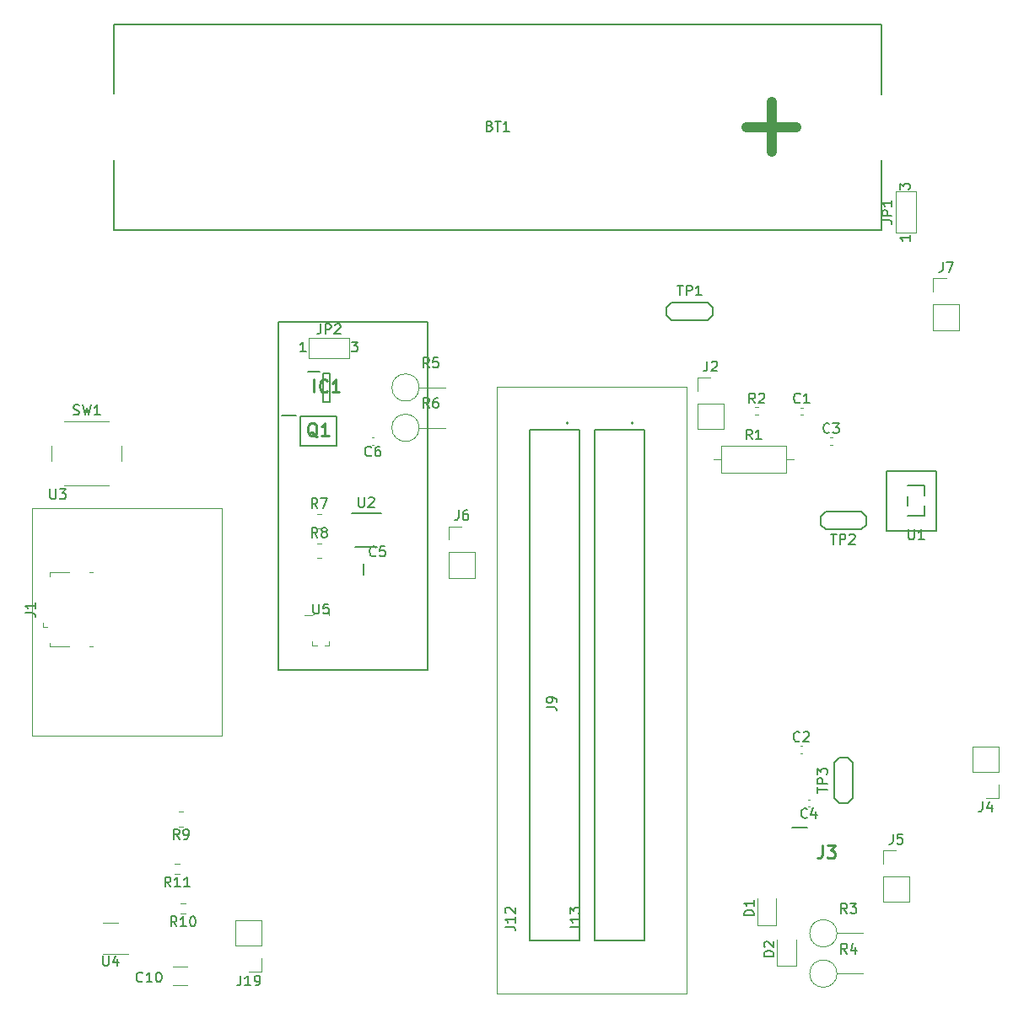
<source format=gbr>
%TF.GenerationSoftware,KiCad,Pcbnew,(7.0.0)*%
%TF.CreationDate,2023-04-14T03:48:35+02:00*%
%TF.ProjectId,overall scematic,6f766572-616c-46c2-9073-63656d617469,rev?*%
%TF.SameCoordinates,Original*%
%TF.FileFunction,Legend,Top*%
%TF.FilePolarity,Positive*%
%FSLAX46Y46*%
G04 Gerber Fmt 4.6, Leading zero omitted, Abs format (unit mm)*
G04 Created by KiCad (PCBNEW (7.0.0)) date 2023-04-14 03:48:35*
%MOMM*%
%LPD*%
G01*
G04 APERTURE LIST*
%ADD10C,0.150000*%
%ADD11C,0.254000*%
%ADD12C,0.120000*%
%ADD13C,1.000000*%
%ADD14C,0.200000*%
%ADD15C,0.100000*%
%ADD16C,0.059995*%
%ADD17C,0.152400*%
G04 APERTURE END LIST*
D10*
X173000000Y-85000000D02*
X178000000Y-85000000D01*
X178000000Y-85000000D02*
X178000000Y-91000000D01*
X178000000Y-91000000D02*
X173000000Y-91000000D01*
X173000000Y-91000000D02*
X173000000Y-85000000D01*
X173000000Y-91000000D02*
X178000000Y-91000000D01*
X178000000Y-91000000D02*
X178000000Y-91000000D01*
X178000000Y-91000000D02*
X173000000Y-91000000D01*
X173000000Y-91000000D02*
X173000000Y-91000000D01*
X173000000Y-85000000D02*
X178000000Y-85000000D01*
X178000000Y-85000000D02*
X178000000Y-85000000D01*
X178000000Y-85000000D02*
X173000000Y-85000000D01*
X173000000Y-85000000D02*
X173000000Y-85000000D01*
X112000000Y-70000000D02*
X127000000Y-70000000D01*
X127000000Y-70000000D02*
X127000000Y-105000000D01*
X127000000Y-105000000D02*
X112000000Y-105000000D01*
X112000000Y-105000000D02*
X112000000Y-70000000D01*
%TO.C,J4*%
X182666666Y-118237380D02*
X182666666Y-118951666D01*
X182666666Y-118951666D02*
X182619047Y-119094523D01*
X182619047Y-119094523D02*
X182523809Y-119189761D01*
X182523809Y-119189761D02*
X182380952Y-119237380D01*
X182380952Y-119237380D02*
X182285714Y-119237380D01*
X183571428Y-118570714D02*
X183571428Y-119237380D01*
X183333333Y-118189761D02*
X183095238Y-118904047D01*
X183095238Y-118904047D02*
X183714285Y-118904047D01*
%TO.C,J2*%
X155036666Y-73987380D02*
X155036666Y-74701666D01*
X155036666Y-74701666D02*
X154989047Y-74844523D01*
X154989047Y-74844523D02*
X154893809Y-74939761D01*
X154893809Y-74939761D02*
X154750952Y-74987380D01*
X154750952Y-74987380D02*
X154655714Y-74987380D01*
X155465238Y-74082619D02*
X155512857Y-74035000D01*
X155512857Y-74035000D02*
X155608095Y-73987380D01*
X155608095Y-73987380D02*
X155846190Y-73987380D01*
X155846190Y-73987380D02*
X155941428Y-74035000D01*
X155941428Y-74035000D02*
X155989047Y-74082619D01*
X155989047Y-74082619D02*
X156036666Y-74177857D01*
X156036666Y-74177857D02*
X156036666Y-74273095D01*
X156036666Y-74273095D02*
X155989047Y-74415952D01*
X155989047Y-74415952D02*
X155417619Y-74987380D01*
X155417619Y-74987380D02*
X156036666Y-74987380D01*
%TO.C,BT1*%
X133214285Y-50343571D02*
X133357142Y-50391190D01*
X133357142Y-50391190D02*
X133404761Y-50438809D01*
X133404761Y-50438809D02*
X133452380Y-50534047D01*
X133452380Y-50534047D02*
X133452380Y-50676904D01*
X133452380Y-50676904D02*
X133404761Y-50772142D01*
X133404761Y-50772142D02*
X133357142Y-50819761D01*
X133357142Y-50819761D02*
X133261904Y-50867380D01*
X133261904Y-50867380D02*
X132880952Y-50867380D01*
X132880952Y-50867380D02*
X132880952Y-49867380D01*
X132880952Y-49867380D02*
X133214285Y-49867380D01*
X133214285Y-49867380D02*
X133309523Y-49915000D01*
X133309523Y-49915000D02*
X133357142Y-49962619D01*
X133357142Y-49962619D02*
X133404761Y-50057857D01*
X133404761Y-50057857D02*
X133404761Y-50153095D01*
X133404761Y-50153095D02*
X133357142Y-50248333D01*
X133357142Y-50248333D02*
X133309523Y-50295952D01*
X133309523Y-50295952D02*
X133214285Y-50343571D01*
X133214285Y-50343571D02*
X132880952Y-50343571D01*
X133738095Y-49867380D02*
X134309523Y-49867380D01*
X134023809Y-50867380D02*
X134023809Y-49867380D01*
X135166666Y-50867380D02*
X134595238Y-50867380D01*
X134880952Y-50867380D02*
X134880952Y-49867380D01*
X134880952Y-49867380D02*
X134785714Y-50010238D01*
X134785714Y-50010238D02*
X134690476Y-50105476D01*
X134690476Y-50105476D02*
X134595238Y-50153095D01*
%TO.C,C5*%
X121775833Y-93497142D02*
X121728214Y-93544761D01*
X121728214Y-93544761D02*
X121585357Y-93592380D01*
X121585357Y-93592380D02*
X121490119Y-93592380D01*
X121490119Y-93592380D02*
X121347262Y-93544761D01*
X121347262Y-93544761D02*
X121252024Y-93449523D01*
X121252024Y-93449523D02*
X121204405Y-93354285D01*
X121204405Y-93354285D02*
X121156786Y-93163809D01*
X121156786Y-93163809D02*
X121156786Y-93020952D01*
X121156786Y-93020952D02*
X121204405Y-92830476D01*
X121204405Y-92830476D02*
X121252024Y-92735238D01*
X121252024Y-92735238D02*
X121347262Y-92640000D01*
X121347262Y-92640000D02*
X121490119Y-92592380D01*
X121490119Y-92592380D02*
X121585357Y-92592380D01*
X121585357Y-92592380D02*
X121728214Y-92640000D01*
X121728214Y-92640000D02*
X121775833Y-92687619D01*
X122680595Y-92592380D02*
X122204405Y-92592380D01*
X122204405Y-92592380D02*
X122156786Y-93068571D01*
X122156786Y-93068571D02*
X122204405Y-93020952D01*
X122204405Y-93020952D02*
X122299643Y-92973333D01*
X122299643Y-92973333D02*
X122537738Y-92973333D01*
X122537738Y-92973333D02*
X122632976Y-93020952D01*
X122632976Y-93020952D02*
X122680595Y-93068571D01*
X122680595Y-93068571D02*
X122728214Y-93163809D01*
X122728214Y-93163809D02*
X122728214Y-93401904D01*
X122728214Y-93401904D02*
X122680595Y-93497142D01*
X122680595Y-93497142D02*
X122632976Y-93544761D01*
X122632976Y-93544761D02*
X122537738Y-93592380D01*
X122537738Y-93592380D02*
X122299643Y-93592380D01*
X122299643Y-93592380D02*
X122204405Y-93544761D01*
X122204405Y-93544761D02*
X122156786Y-93497142D01*
D11*
%TO.C,IC1*%
X115572237Y-77091573D02*
X115572237Y-75821573D01*
X116902714Y-76970621D02*
X116842238Y-77031097D01*
X116842238Y-77031097D02*
X116660809Y-77091573D01*
X116660809Y-77091573D02*
X116539857Y-77091573D01*
X116539857Y-77091573D02*
X116358428Y-77031097D01*
X116358428Y-77031097D02*
X116237476Y-76910145D01*
X116237476Y-76910145D02*
X116176999Y-76789192D01*
X116176999Y-76789192D02*
X116116523Y-76547288D01*
X116116523Y-76547288D02*
X116116523Y-76365859D01*
X116116523Y-76365859D02*
X116176999Y-76123954D01*
X116176999Y-76123954D02*
X116237476Y-76003002D01*
X116237476Y-76003002D02*
X116358428Y-75882050D01*
X116358428Y-75882050D02*
X116539857Y-75821573D01*
X116539857Y-75821573D02*
X116660809Y-75821573D01*
X116660809Y-75821573D02*
X116842238Y-75882050D01*
X116842238Y-75882050D02*
X116902714Y-75942526D01*
X118112238Y-77091573D02*
X117386523Y-77091573D01*
X117749380Y-77091573D02*
X117749380Y-75821573D01*
X117749380Y-75821573D02*
X117628428Y-76003002D01*
X117628428Y-76003002D02*
X117507476Y-76123954D01*
X117507476Y-76123954D02*
X117386523Y-76184430D01*
%TO.C,Q1*%
X115879047Y-81587526D02*
X115758095Y-81527050D01*
X115758095Y-81527050D02*
X115637142Y-81406097D01*
X115637142Y-81406097D02*
X115455714Y-81224669D01*
X115455714Y-81224669D02*
X115334761Y-81164192D01*
X115334761Y-81164192D02*
X115213809Y-81164192D01*
X115274285Y-81466573D02*
X115153333Y-81406097D01*
X115153333Y-81406097D02*
X115032380Y-81285145D01*
X115032380Y-81285145D02*
X114971904Y-81043240D01*
X114971904Y-81043240D02*
X114971904Y-80619907D01*
X114971904Y-80619907D02*
X115032380Y-80378002D01*
X115032380Y-80378002D02*
X115153333Y-80257050D01*
X115153333Y-80257050D02*
X115274285Y-80196573D01*
X115274285Y-80196573D02*
X115516190Y-80196573D01*
X115516190Y-80196573D02*
X115637142Y-80257050D01*
X115637142Y-80257050D02*
X115758095Y-80378002D01*
X115758095Y-80378002D02*
X115818571Y-80619907D01*
X115818571Y-80619907D02*
X115818571Y-81043240D01*
X115818571Y-81043240D02*
X115758095Y-81285145D01*
X115758095Y-81285145D02*
X115637142Y-81406097D01*
X115637142Y-81406097D02*
X115516190Y-81466573D01*
X115516190Y-81466573D02*
X115274285Y-81466573D01*
X117028095Y-81466573D02*
X116302380Y-81466573D01*
X116665237Y-81466573D02*
X116665237Y-80196573D01*
X116665237Y-80196573D02*
X116544285Y-80378002D01*
X116544285Y-80378002D02*
X116423333Y-80498954D01*
X116423333Y-80498954D02*
X116302380Y-80559430D01*
D10*
%TO.C,J13*%
X141237380Y-130799523D02*
X141951666Y-130799523D01*
X141951666Y-130799523D02*
X142094523Y-130847142D01*
X142094523Y-130847142D02*
X142189761Y-130942380D01*
X142189761Y-130942380D02*
X142237380Y-131085237D01*
X142237380Y-131085237D02*
X142237380Y-131180475D01*
X142237380Y-129799523D02*
X142237380Y-130370951D01*
X142237380Y-130085237D02*
X141237380Y-130085237D01*
X141237380Y-130085237D02*
X141380238Y-130180475D01*
X141380238Y-130180475D02*
X141475476Y-130275713D01*
X141475476Y-130275713D02*
X141523095Y-130370951D01*
X141237380Y-129466189D02*
X141237380Y-128847142D01*
X141237380Y-128847142D02*
X141618333Y-129180475D01*
X141618333Y-129180475D02*
X141618333Y-129037618D01*
X141618333Y-129037618D02*
X141665952Y-128942380D01*
X141665952Y-128942380D02*
X141713571Y-128894761D01*
X141713571Y-128894761D02*
X141808809Y-128847142D01*
X141808809Y-128847142D02*
X142046904Y-128847142D01*
X142046904Y-128847142D02*
X142142142Y-128894761D01*
X142142142Y-128894761D02*
X142189761Y-128942380D01*
X142189761Y-128942380D02*
X142237380Y-129037618D01*
X142237380Y-129037618D02*
X142237380Y-129323332D01*
X142237380Y-129323332D02*
X142189761Y-129418570D01*
X142189761Y-129418570D02*
X142142142Y-129466189D01*
%TO.C,J12*%
X134737380Y-130799523D02*
X135451666Y-130799523D01*
X135451666Y-130799523D02*
X135594523Y-130847142D01*
X135594523Y-130847142D02*
X135689761Y-130942380D01*
X135689761Y-130942380D02*
X135737380Y-131085237D01*
X135737380Y-131085237D02*
X135737380Y-131180475D01*
X135737380Y-129799523D02*
X135737380Y-130370951D01*
X135737380Y-130085237D02*
X134737380Y-130085237D01*
X134737380Y-130085237D02*
X134880238Y-130180475D01*
X134880238Y-130180475D02*
X134975476Y-130275713D01*
X134975476Y-130275713D02*
X135023095Y-130370951D01*
X134832619Y-129418570D02*
X134785000Y-129370951D01*
X134785000Y-129370951D02*
X134737380Y-129275713D01*
X134737380Y-129275713D02*
X134737380Y-129037618D01*
X134737380Y-129037618D02*
X134785000Y-128942380D01*
X134785000Y-128942380D02*
X134832619Y-128894761D01*
X134832619Y-128894761D02*
X134927857Y-128847142D01*
X134927857Y-128847142D02*
X135023095Y-128847142D01*
X135023095Y-128847142D02*
X135165952Y-128894761D01*
X135165952Y-128894761D02*
X135737380Y-129466189D01*
X135737380Y-129466189D02*
X135737380Y-128847142D01*
%TO.C,U5*%
X115495595Y-98367380D02*
X115495595Y-99176904D01*
X115495595Y-99176904D02*
X115543214Y-99272142D01*
X115543214Y-99272142D02*
X115590833Y-99319761D01*
X115590833Y-99319761D02*
X115686071Y-99367380D01*
X115686071Y-99367380D02*
X115876547Y-99367380D01*
X115876547Y-99367380D02*
X115971785Y-99319761D01*
X115971785Y-99319761D02*
X116019404Y-99272142D01*
X116019404Y-99272142D02*
X116067023Y-99176904D01*
X116067023Y-99176904D02*
X116067023Y-98367380D01*
X117019404Y-98367380D02*
X116543214Y-98367380D01*
X116543214Y-98367380D02*
X116495595Y-98843571D01*
X116495595Y-98843571D02*
X116543214Y-98795952D01*
X116543214Y-98795952D02*
X116638452Y-98748333D01*
X116638452Y-98748333D02*
X116876547Y-98748333D01*
X116876547Y-98748333D02*
X116971785Y-98795952D01*
X116971785Y-98795952D02*
X117019404Y-98843571D01*
X117019404Y-98843571D02*
X117067023Y-98938809D01*
X117067023Y-98938809D02*
X117067023Y-99176904D01*
X117067023Y-99176904D02*
X117019404Y-99272142D01*
X117019404Y-99272142D02*
X116971785Y-99319761D01*
X116971785Y-99319761D02*
X116876547Y-99367380D01*
X116876547Y-99367380D02*
X116638452Y-99367380D01*
X116638452Y-99367380D02*
X116543214Y-99319761D01*
X116543214Y-99319761D02*
X116495595Y-99272142D01*
%TO.C,U1*%
X175238095Y-90903575D02*
X175238095Y-91713099D01*
X175238095Y-91713099D02*
X175285714Y-91808337D01*
X175285714Y-91808337D02*
X175333333Y-91855956D01*
X175333333Y-91855956D02*
X175428571Y-91903575D01*
X175428571Y-91903575D02*
X175619047Y-91903575D01*
X175619047Y-91903575D02*
X175714285Y-91855956D01*
X175714285Y-91855956D02*
X175761904Y-91808337D01*
X175761904Y-91808337D02*
X175809523Y-91713099D01*
X175809523Y-91713099D02*
X175809523Y-90903575D01*
X176809523Y-91903575D02*
X176238095Y-91903575D01*
X176523809Y-91903575D02*
X176523809Y-90903575D01*
X176523809Y-90903575D02*
X176428571Y-91046433D01*
X176428571Y-91046433D02*
X176333333Y-91141671D01*
X176333333Y-91141671D02*
X176238095Y-91189290D01*
%TO.C,U3*%
X89078095Y-86827380D02*
X89078095Y-87636904D01*
X89078095Y-87636904D02*
X89125714Y-87732142D01*
X89125714Y-87732142D02*
X89173333Y-87779761D01*
X89173333Y-87779761D02*
X89268571Y-87827380D01*
X89268571Y-87827380D02*
X89459047Y-87827380D01*
X89459047Y-87827380D02*
X89554285Y-87779761D01*
X89554285Y-87779761D02*
X89601904Y-87732142D01*
X89601904Y-87732142D02*
X89649523Y-87636904D01*
X89649523Y-87636904D02*
X89649523Y-86827380D01*
X90030476Y-86827380D02*
X90649523Y-86827380D01*
X90649523Y-86827380D02*
X90316190Y-87208333D01*
X90316190Y-87208333D02*
X90459047Y-87208333D01*
X90459047Y-87208333D02*
X90554285Y-87255952D01*
X90554285Y-87255952D02*
X90601904Y-87303571D01*
X90601904Y-87303571D02*
X90649523Y-87398809D01*
X90649523Y-87398809D02*
X90649523Y-87636904D01*
X90649523Y-87636904D02*
X90601904Y-87732142D01*
X90601904Y-87732142D02*
X90554285Y-87779761D01*
X90554285Y-87779761D02*
X90459047Y-87827380D01*
X90459047Y-87827380D02*
X90173333Y-87827380D01*
X90173333Y-87827380D02*
X90078095Y-87779761D01*
X90078095Y-87779761D02*
X90030476Y-87732142D01*
%TO.C,J9*%
X138882380Y-108718333D02*
X139596666Y-108718333D01*
X139596666Y-108718333D02*
X139739523Y-108765952D01*
X139739523Y-108765952D02*
X139834761Y-108861190D01*
X139834761Y-108861190D02*
X139882380Y-109004047D01*
X139882380Y-109004047D02*
X139882380Y-109099285D01*
X139882380Y-108194523D02*
X139882380Y-108004047D01*
X139882380Y-108004047D02*
X139834761Y-107908809D01*
X139834761Y-107908809D02*
X139787142Y-107861190D01*
X139787142Y-107861190D02*
X139644285Y-107765952D01*
X139644285Y-107765952D02*
X139453809Y-107718333D01*
X139453809Y-107718333D02*
X139072857Y-107718333D01*
X139072857Y-107718333D02*
X138977619Y-107765952D01*
X138977619Y-107765952D02*
X138930000Y-107813571D01*
X138930000Y-107813571D02*
X138882380Y-107908809D01*
X138882380Y-107908809D02*
X138882380Y-108099285D01*
X138882380Y-108099285D02*
X138930000Y-108194523D01*
X138930000Y-108194523D02*
X138977619Y-108242142D01*
X138977619Y-108242142D02*
X139072857Y-108289761D01*
X139072857Y-108289761D02*
X139310952Y-108289761D01*
X139310952Y-108289761D02*
X139406190Y-108242142D01*
X139406190Y-108242142D02*
X139453809Y-108194523D01*
X139453809Y-108194523D02*
X139501428Y-108099285D01*
X139501428Y-108099285D02*
X139501428Y-107908809D01*
X139501428Y-107908809D02*
X139453809Y-107813571D01*
X139453809Y-107813571D02*
X139406190Y-107765952D01*
X139406190Y-107765952D02*
X139310952Y-107718333D01*
D11*
%TO.C,J3*%
X166576667Y-122656573D02*
X166576667Y-123563716D01*
X166576667Y-123563716D02*
X166516190Y-123745145D01*
X166516190Y-123745145D02*
X166395238Y-123866097D01*
X166395238Y-123866097D02*
X166213809Y-123926573D01*
X166213809Y-123926573D02*
X166092857Y-123926573D01*
X167060476Y-122656573D02*
X167846667Y-122656573D01*
X167846667Y-122656573D02*
X167423333Y-123140383D01*
X167423333Y-123140383D02*
X167604762Y-123140383D01*
X167604762Y-123140383D02*
X167725714Y-123200859D01*
X167725714Y-123200859D02*
X167786190Y-123261335D01*
X167786190Y-123261335D02*
X167846667Y-123382288D01*
X167846667Y-123382288D02*
X167846667Y-123684669D01*
X167846667Y-123684669D02*
X167786190Y-123805621D01*
X167786190Y-123805621D02*
X167725714Y-123866097D01*
X167725714Y-123866097D02*
X167604762Y-123926573D01*
X167604762Y-123926573D02*
X167241905Y-123926573D01*
X167241905Y-123926573D02*
X167120952Y-123866097D01*
X167120952Y-123866097D02*
X167060476Y-123805621D01*
D10*
%TO.C,SW1*%
X91416667Y-79319761D02*
X91559524Y-79367380D01*
X91559524Y-79367380D02*
X91797619Y-79367380D01*
X91797619Y-79367380D02*
X91892857Y-79319761D01*
X91892857Y-79319761D02*
X91940476Y-79272142D01*
X91940476Y-79272142D02*
X91988095Y-79176904D01*
X91988095Y-79176904D02*
X91988095Y-79081666D01*
X91988095Y-79081666D02*
X91940476Y-78986428D01*
X91940476Y-78986428D02*
X91892857Y-78938809D01*
X91892857Y-78938809D02*
X91797619Y-78891190D01*
X91797619Y-78891190D02*
X91607143Y-78843571D01*
X91607143Y-78843571D02*
X91511905Y-78795952D01*
X91511905Y-78795952D02*
X91464286Y-78748333D01*
X91464286Y-78748333D02*
X91416667Y-78653095D01*
X91416667Y-78653095D02*
X91416667Y-78557857D01*
X91416667Y-78557857D02*
X91464286Y-78462619D01*
X91464286Y-78462619D02*
X91511905Y-78415000D01*
X91511905Y-78415000D02*
X91607143Y-78367380D01*
X91607143Y-78367380D02*
X91845238Y-78367380D01*
X91845238Y-78367380D02*
X91988095Y-78415000D01*
X92321429Y-78367380D02*
X92559524Y-79367380D01*
X92559524Y-79367380D02*
X92750000Y-78653095D01*
X92750000Y-78653095D02*
X92940476Y-79367380D01*
X92940476Y-79367380D02*
X93178572Y-78367380D01*
X94083333Y-79367380D02*
X93511905Y-79367380D01*
X93797619Y-79367380D02*
X93797619Y-78367380D01*
X93797619Y-78367380D02*
X93702381Y-78510238D01*
X93702381Y-78510238D02*
X93607143Y-78605476D01*
X93607143Y-78605476D02*
X93511905Y-78653095D01*
%TO.C,C3*%
X167313333Y-81112142D02*
X167265714Y-81159761D01*
X167265714Y-81159761D02*
X167122857Y-81207380D01*
X167122857Y-81207380D02*
X167027619Y-81207380D01*
X167027619Y-81207380D02*
X166884762Y-81159761D01*
X166884762Y-81159761D02*
X166789524Y-81064523D01*
X166789524Y-81064523D02*
X166741905Y-80969285D01*
X166741905Y-80969285D02*
X166694286Y-80778809D01*
X166694286Y-80778809D02*
X166694286Y-80635952D01*
X166694286Y-80635952D02*
X166741905Y-80445476D01*
X166741905Y-80445476D02*
X166789524Y-80350238D01*
X166789524Y-80350238D02*
X166884762Y-80255000D01*
X166884762Y-80255000D02*
X167027619Y-80207380D01*
X167027619Y-80207380D02*
X167122857Y-80207380D01*
X167122857Y-80207380D02*
X167265714Y-80255000D01*
X167265714Y-80255000D02*
X167313333Y-80302619D01*
X167646667Y-80207380D02*
X168265714Y-80207380D01*
X168265714Y-80207380D02*
X167932381Y-80588333D01*
X167932381Y-80588333D02*
X168075238Y-80588333D01*
X168075238Y-80588333D02*
X168170476Y-80635952D01*
X168170476Y-80635952D02*
X168218095Y-80683571D01*
X168218095Y-80683571D02*
X168265714Y-80778809D01*
X168265714Y-80778809D02*
X168265714Y-81016904D01*
X168265714Y-81016904D02*
X168218095Y-81112142D01*
X168218095Y-81112142D02*
X168170476Y-81159761D01*
X168170476Y-81159761D02*
X168075238Y-81207380D01*
X168075238Y-81207380D02*
X167789524Y-81207380D01*
X167789524Y-81207380D02*
X167694286Y-81159761D01*
X167694286Y-81159761D02*
X167646667Y-81112142D01*
%TO.C,C4*%
X165065333Y-119797142D02*
X165017714Y-119844761D01*
X165017714Y-119844761D02*
X164874857Y-119892380D01*
X164874857Y-119892380D02*
X164779619Y-119892380D01*
X164779619Y-119892380D02*
X164636762Y-119844761D01*
X164636762Y-119844761D02*
X164541524Y-119749523D01*
X164541524Y-119749523D02*
X164493905Y-119654285D01*
X164493905Y-119654285D02*
X164446286Y-119463809D01*
X164446286Y-119463809D02*
X164446286Y-119320952D01*
X164446286Y-119320952D02*
X164493905Y-119130476D01*
X164493905Y-119130476D02*
X164541524Y-119035238D01*
X164541524Y-119035238D02*
X164636762Y-118940000D01*
X164636762Y-118940000D02*
X164779619Y-118892380D01*
X164779619Y-118892380D02*
X164874857Y-118892380D01*
X164874857Y-118892380D02*
X165017714Y-118940000D01*
X165017714Y-118940000D02*
X165065333Y-118987619D01*
X165922476Y-119225714D02*
X165922476Y-119892380D01*
X165684381Y-118844761D02*
X165446286Y-119559047D01*
X165446286Y-119559047D02*
X166065333Y-119559047D01*
%TO.C,C6*%
X121313333Y-83432142D02*
X121265714Y-83479761D01*
X121265714Y-83479761D02*
X121122857Y-83527380D01*
X121122857Y-83527380D02*
X121027619Y-83527380D01*
X121027619Y-83527380D02*
X120884762Y-83479761D01*
X120884762Y-83479761D02*
X120789524Y-83384523D01*
X120789524Y-83384523D02*
X120741905Y-83289285D01*
X120741905Y-83289285D02*
X120694286Y-83098809D01*
X120694286Y-83098809D02*
X120694286Y-82955952D01*
X120694286Y-82955952D02*
X120741905Y-82765476D01*
X120741905Y-82765476D02*
X120789524Y-82670238D01*
X120789524Y-82670238D02*
X120884762Y-82575000D01*
X120884762Y-82575000D02*
X121027619Y-82527380D01*
X121027619Y-82527380D02*
X121122857Y-82527380D01*
X121122857Y-82527380D02*
X121265714Y-82575000D01*
X121265714Y-82575000D02*
X121313333Y-82622619D01*
X122170476Y-82527380D02*
X121980000Y-82527380D01*
X121980000Y-82527380D02*
X121884762Y-82575000D01*
X121884762Y-82575000D02*
X121837143Y-82622619D01*
X121837143Y-82622619D02*
X121741905Y-82765476D01*
X121741905Y-82765476D02*
X121694286Y-82955952D01*
X121694286Y-82955952D02*
X121694286Y-83336904D01*
X121694286Y-83336904D02*
X121741905Y-83432142D01*
X121741905Y-83432142D02*
X121789524Y-83479761D01*
X121789524Y-83479761D02*
X121884762Y-83527380D01*
X121884762Y-83527380D02*
X122075238Y-83527380D01*
X122075238Y-83527380D02*
X122170476Y-83479761D01*
X122170476Y-83479761D02*
X122218095Y-83432142D01*
X122218095Y-83432142D02*
X122265714Y-83336904D01*
X122265714Y-83336904D02*
X122265714Y-83098809D01*
X122265714Y-83098809D02*
X122218095Y-83003571D01*
X122218095Y-83003571D02*
X122170476Y-82955952D01*
X122170476Y-82955952D02*
X122075238Y-82908333D01*
X122075238Y-82908333D02*
X121884762Y-82908333D01*
X121884762Y-82908333D02*
X121789524Y-82955952D01*
X121789524Y-82955952D02*
X121741905Y-83003571D01*
X121741905Y-83003571D02*
X121694286Y-83098809D01*
%TO.C,C2*%
X164313333Y-112112142D02*
X164265714Y-112159761D01*
X164265714Y-112159761D02*
X164122857Y-112207380D01*
X164122857Y-112207380D02*
X164027619Y-112207380D01*
X164027619Y-112207380D02*
X163884762Y-112159761D01*
X163884762Y-112159761D02*
X163789524Y-112064523D01*
X163789524Y-112064523D02*
X163741905Y-111969285D01*
X163741905Y-111969285D02*
X163694286Y-111778809D01*
X163694286Y-111778809D02*
X163694286Y-111635952D01*
X163694286Y-111635952D02*
X163741905Y-111445476D01*
X163741905Y-111445476D02*
X163789524Y-111350238D01*
X163789524Y-111350238D02*
X163884762Y-111255000D01*
X163884762Y-111255000D02*
X164027619Y-111207380D01*
X164027619Y-111207380D02*
X164122857Y-111207380D01*
X164122857Y-111207380D02*
X164265714Y-111255000D01*
X164265714Y-111255000D02*
X164313333Y-111302619D01*
X164694286Y-111302619D02*
X164741905Y-111255000D01*
X164741905Y-111255000D02*
X164837143Y-111207380D01*
X164837143Y-111207380D02*
X165075238Y-111207380D01*
X165075238Y-111207380D02*
X165170476Y-111255000D01*
X165170476Y-111255000D02*
X165218095Y-111302619D01*
X165218095Y-111302619D02*
X165265714Y-111397857D01*
X165265714Y-111397857D02*
X165265714Y-111493095D01*
X165265714Y-111493095D02*
X165218095Y-111635952D01*
X165218095Y-111635952D02*
X164646667Y-112207380D01*
X164646667Y-112207380D02*
X165265714Y-112207380D01*
%TO.C,C1*%
X164353333Y-78112142D02*
X164305714Y-78159761D01*
X164305714Y-78159761D02*
X164162857Y-78207380D01*
X164162857Y-78207380D02*
X164067619Y-78207380D01*
X164067619Y-78207380D02*
X163924762Y-78159761D01*
X163924762Y-78159761D02*
X163829524Y-78064523D01*
X163829524Y-78064523D02*
X163781905Y-77969285D01*
X163781905Y-77969285D02*
X163734286Y-77778809D01*
X163734286Y-77778809D02*
X163734286Y-77635952D01*
X163734286Y-77635952D02*
X163781905Y-77445476D01*
X163781905Y-77445476D02*
X163829524Y-77350238D01*
X163829524Y-77350238D02*
X163924762Y-77255000D01*
X163924762Y-77255000D02*
X164067619Y-77207380D01*
X164067619Y-77207380D02*
X164162857Y-77207380D01*
X164162857Y-77207380D02*
X164305714Y-77255000D01*
X164305714Y-77255000D02*
X164353333Y-77302619D01*
X165305714Y-78207380D02*
X164734286Y-78207380D01*
X165020000Y-78207380D02*
X165020000Y-77207380D01*
X165020000Y-77207380D02*
X164924762Y-77350238D01*
X164924762Y-77350238D02*
X164829524Y-77445476D01*
X164829524Y-77445476D02*
X164734286Y-77493095D01*
%TO.C,C10*%
X98357142Y-136272142D02*
X98309523Y-136319761D01*
X98309523Y-136319761D02*
X98166666Y-136367380D01*
X98166666Y-136367380D02*
X98071428Y-136367380D01*
X98071428Y-136367380D02*
X97928571Y-136319761D01*
X97928571Y-136319761D02*
X97833333Y-136224523D01*
X97833333Y-136224523D02*
X97785714Y-136129285D01*
X97785714Y-136129285D02*
X97738095Y-135938809D01*
X97738095Y-135938809D02*
X97738095Y-135795952D01*
X97738095Y-135795952D02*
X97785714Y-135605476D01*
X97785714Y-135605476D02*
X97833333Y-135510238D01*
X97833333Y-135510238D02*
X97928571Y-135415000D01*
X97928571Y-135415000D02*
X98071428Y-135367380D01*
X98071428Y-135367380D02*
X98166666Y-135367380D01*
X98166666Y-135367380D02*
X98309523Y-135415000D01*
X98309523Y-135415000D02*
X98357142Y-135462619D01*
X99309523Y-136367380D02*
X98738095Y-136367380D01*
X99023809Y-136367380D02*
X99023809Y-135367380D01*
X99023809Y-135367380D02*
X98928571Y-135510238D01*
X98928571Y-135510238D02*
X98833333Y-135605476D01*
X98833333Y-135605476D02*
X98738095Y-135653095D01*
X99928571Y-135367380D02*
X100023809Y-135367380D01*
X100023809Y-135367380D02*
X100119047Y-135415000D01*
X100119047Y-135415000D02*
X100166666Y-135462619D01*
X100166666Y-135462619D02*
X100214285Y-135557857D01*
X100214285Y-135557857D02*
X100261904Y-135748333D01*
X100261904Y-135748333D02*
X100261904Y-135986428D01*
X100261904Y-135986428D02*
X100214285Y-136176904D01*
X100214285Y-136176904D02*
X100166666Y-136272142D01*
X100166666Y-136272142D02*
X100119047Y-136319761D01*
X100119047Y-136319761D02*
X100023809Y-136367380D01*
X100023809Y-136367380D02*
X99928571Y-136367380D01*
X99928571Y-136367380D02*
X99833333Y-136319761D01*
X99833333Y-136319761D02*
X99785714Y-136272142D01*
X99785714Y-136272142D02*
X99738095Y-136176904D01*
X99738095Y-136176904D02*
X99690476Y-135986428D01*
X99690476Y-135986428D02*
X99690476Y-135748333D01*
X99690476Y-135748333D02*
X99738095Y-135557857D01*
X99738095Y-135557857D02*
X99785714Y-135462619D01*
X99785714Y-135462619D02*
X99833333Y-135415000D01*
X99833333Y-135415000D02*
X99928571Y-135367380D01*
%TO.C,J19*%
X108190476Y-135697380D02*
X108190476Y-136411666D01*
X108190476Y-136411666D02*
X108142857Y-136554523D01*
X108142857Y-136554523D02*
X108047619Y-136649761D01*
X108047619Y-136649761D02*
X107904762Y-136697380D01*
X107904762Y-136697380D02*
X107809524Y-136697380D01*
X109190476Y-136697380D02*
X108619048Y-136697380D01*
X108904762Y-136697380D02*
X108904762Y-135697380D01*
X108904762Y-135697380D02*
X108809524Y-135840238D01*
X108809524Y-135840238D02*
X108714286Y-135935476D01*
X108714286Y-135935476D02*
X108619048Y-135983095D01*
X109666667Y-136697380D02*
X109857143Y-136697380D01*
X109857143Y-136697380D02*
X109952381Y-136649761D01*
X109952381Y-136649761D02*
X110000000Y-136602142D01*
X110000000Y-136602142D02*
X110095238Y-136459285D01*
X110095238Y-136459285D02*
X110142857Y-136268809D01*
X110142857Y-136268809D02*
X110142857Y-135887857D01*
X110142857Y-135887857D02*
X110095238Y-135792619D01*
X110095238Y-135792619D02*
X110047619Y-135745000D01*
X110047619Y-135745000D02*
X109952381Y-135697380D01*
X109952381Y-135697380D02*
X109761905Y-135697380D01*
X109761905Y-135697380D02*
X109666667Y-135745000D01*
X109666667Y-135745000D02*
X109619048Y-135792619D01*
X109619048Y-135792619D02*
X109571429Y-135887857D01*
X109571429Y-135887857D02*
X109571429Y-136125952D01*
X109571429Y-136125952D02*
X109619048Y-136221190D01*
X109619048Y-136221190D02*
X109666667Y-136268809D01*
X109666667Y-136268809D02*
X109761905Y-136316428D01*
X109761905Y-136316428D02*
X109952381Y-136316428D01*
X109952381Y-136316428D02*
X110047619Y-136268809D01*
X110047619Y-136268809D02*
X110095238Y-136221190D01*
X110095238Y-136221190D02*
X110142857Y-136125952D01*
%TO.C,J5*%
X173666666Y-121497380D02*
X173666666Y-122211666D01*
X173666666Y-122211666D02*
X173619047Y-122354523D01*
X173619047Y-122354523D02*
X173523809Y-122449761D01*
X173523809Y-122449761D02*
X173380952Y-122497380D01*
X173380952Y-122497380D02*
X173285714Y-122497380D01*
X174619047Y-121497380D02*
X174142857Y-121497380D01*
X174142857Y-121497380D02*
X174095238Y-121973571D01*
X174095238Y-121973571D02*
X174142857Y-121925952D01*
X174142857Y-121925952D02*
X174238095Y-121878333D01*
X174238095Y-121878333D02*
X174476190Y-121878333D01*
X174476190Y-121878333D02*
X174571428Y-121925952D01*
X174571428Y-121925952D02*
X174619047Y-121973571D01*
X174619047Y-121973571D02*
X174666666Y-122068809D01*
X174666666Y-122068809D02*
X174666666Y-122306904D01*
X174666666Y-122306904D02*
X174619047Y-122402142D01*
X174619047Y-122402142D02*
X174571428Y-122449761D01*
X174571428Y-122449761D02*
X174476190Y-122497380D01*
X174476190Y-122497380D02*
X174238095Y-122497380D01*
X174238095Y-122497380D02*
X174142857Y-122449761D01*
X174142857Y-122449761D02*
X174095238Y-122402142D01*
%TO.C,J6*%
X130064166Y-88947380D02*
X130064166Y-89661666D01*
X130064166Y-89661666D02*
X130016547Y-89804523D01*
X130016547Y-89804523D02*
X129921309Y-89899761D01*
X129921309Y-89899761D02*
X129778452Y-89947380D01*
X129778452Y-89947380D02*
X129683214Y-89947380D01*
X130968928Y-88947380D02*
X130778452Y-88947380D01*
X130778452Y-88947380D02*
X130683214Y-88995000D01*
X130683214Y-88995000D02*
X130635595Y-89042619D01*
X130635595Y-89042619D02*
X130540357Y-89185476D01*
X130540357Y-89185476D02*
X130492738Y-89375952D01*
X130492738Y-89375952D02*
X130492738Y-89756904D01*
X130492738Y-89756904D02*
X130540357Y-89852142D01*
X130540357Y-89852142D02*
X130587976Y-89899761D01*
X130587976Y-89899761D02*
X130683214Y-89947380D01*
X130683214Y-89947380D02*
X130873690Y-89947380D01*
X130873690Y-89947380D02*
X130968928Y-89899761D01*
X130968928Y-89899761D02*
X131016547Y-89852142D01*
X131016547Y-89852142D02*
X131064166Y-89756904D01*
X131064166Y-89756904D02*
X131064166Y-89518809D01*
X131064166Y-89518809D02*
X131016547Y-89423571D01*
X131016547Y-89423571D02*
X130968928Y-89375952D01*
X130968928Y-89375952D02*
X130873690Y-89328333D01*
X130873690Y-89328333D02*
X130683214Y-89328333D01*
X130683214Y-89328333D02*
X130587976Y-89375952D01*
X130587976Y-89375952D02*
X130540357Y-89423571D01*
X130540357Y-89423571D02*
X130492738Y-89518809D01*
%TO.C,J7*%
X178666666Y-64037380D02*
X178666666Y-64751666D01*
X178666666Y-64751666D02*
X178619047Y-64894523D01*
X178619047Y-64894523D02*
X178523809Y-64989761D01*
X178523809Y-64989761D02*
X178380952Y-65037380D01*
X178380952Y-65037380D02*
X178285714Y-65037380D01*
X179047619Y-64037380D02*
X179714285Y-64037380D01*
X179714285Y-64037380D02*
X179285714Y-65037380D01*
%TO.C,J1*%
X86567380Y-99248333D02*
X87281666Y-99248333D01*
X87281666Y-99248333D02*
X87424523Y-99295952D01*
X87424523Y-99295952D02*
X87519761Y-99391190D01*
X87519761Y-99391190D02*
X87567380Y-99534047D01*
X87567380Y-99534047D02*
X87567380Y-99629285D01*
X87567380Y-98248333D02*
X87567380Y-98819761D01*
X87567380Y-98534047D02*
X86567380Y-98534047D01*
X86567380Y-98534047D02*
X86710238Y-98629285D01*
X86710238Y-98629285D02*
X86805476Y-98724523D01*
X86805476Y-98724523D02*
X86853095Y-98819761D01*
%TO.C,D1*%
X159717380Y-129675594D02*
X158717380Y-129675594D01*
X158717380Y-129675594D02*
X158717380Y-129437499D01*
X158717380Y-129437499D02*
X158765000Y-129294642D01*
X158765000Y-129294642D02*
X158860238Y-129199404D01*
X158860238Y-129199404D02*
X158955476Y-129151785D01*
X158955476Y-129151785D02*
X159145952Y-129104166D01*
X159145952Y-129104166D02*
X159288809Y-129104166D01*
X159288809Y-129104166D02*
X159479285Y-129151785D01*
X159479285Y-129151785D02*
X159574523Y-129199404D01*
X159574523Y-129199404D02*
X159669761Y-129294642D01*
X159669761Y-129294642D02*
X159717380Y-129437499D01*
X159717380Y-129437499D02*
X159717380Y-129675594D01*
X159717380Y-128151785D02*
X159717380Y-128723213D01*
X159717380Y-128437499D02*
X158717380Y-128437499D01*
X158717380Y-128437499D02*
X158860238Y-128532737D01*
X158860238Y-128532737D02*
X158955476Y-128627975D01*
X158955476Y-128627975D02*
X159003095Y-128723213D01*
%TO.C,JP2*%
X116228666Y-70242380D02*
X116228666Y-70956666D01*
X116228666Y-70956666D02*
X116181047Y-71099523D01*
X116181047Y-71099523D02*
X116085809Y-71194761D01*
X116085809Y-71194761D02*
X115942952Y-71242380D01*
X115942952Y-71242380D02*
X115847714Y-71242380D01*
X116704857Y-71242380D02*
X116704857Y-70242380D01*
X116704857Y-70242380D02*
X117085809Y-70242380D01*
X117085809Y-70242380D02*
X117181047Y-70290000D01*
X117181047Y-70290000D02*
X117228666Y-70337619D01*
X117228666Y-70337619D02*
X117276285Y-70432857D01*
X117276285Y-70432857D02*
X117276285Y-70575714D01*
X117276285Y-70575714D02*
X117228666Y-70670952D01*
X117228666Y-70670952D02*
X117181047Y-70718571D01*
X117181047Y-70718571D02*
X117085809Y-70766190D01*
X117085809Y-70766190D02*
X116704857Y-70766190D01*
X117657238Y-70337619D02*
X117704857Y-70290000D01*
X117704857Y-70290000D02*
X117800095Y-70242380D01*
X117800095Y-70242380D02*
X118038190Y-70242380D01*
X118038190Y-70242380D02*
X118133428Y-70290000D01*
X118133428Y-70290000D02*
X118181047Y-70337619D01*
X118181047Y-70337619D02*
X118228666Y-70432857D01*
X118228666Y-70432857D02*
X118228666Y-70528095D01*
X118228666Y-70528095D02*
X118181047Y-70670952D01*
X118181047Y-70670952D02*
X117609619Y-71242380D01*
X117609619Y-71242380D02*
X118228666Y-71242380D01*
X119328667Y-72042380D02*
X119947714Y-72042380D01*
X119947714Y-72042380D02*
X119614381Y-72423333D01*
X119614381Y-72423333D02*
X119757238Y-72423333D01*
X119757238Y-72423333D02*
X119852476Y-72470952D01*
X119852476Y-72470952D02*
X119900095Y-72518571D01*
X119900095Y-72518571D02*
X119947714Y-72613809D01*
X119947714Y-72613809D02*
X119947714Y-72851904D01*
X119947714Y-72851904D02*
X119900095Y-72947142D01*
X119900095Y-72947142D02*
X119852476Y-72994761D01*
X119852476Y-72994761D02*
X119757238Y-73042380D01*
X119757238Y-73042380D02*
X119471524Y-73042380D01*
X119471524Y-73042380D02*
X119376286Y-72994761D01*
X119376286Y-72994761D02*
X119328667Y-72947142D01*
X114747714Y-73042380D02*
X114176286Y-73042380D01*
X114462000Y-73042380D02*
X114462000Y-72042380D01*
X114462000Y-72042380D02*
X114366762Y-72185238D01*
X114366762Y-72185238D02*
X114271524Y-72280476D01*
X114271524Y-72280476D02*
X114176286Y-72328095D01*
%TO.C,JP1*%
X172567380Y-59833333D02*
X173281666Y-59833333D01*
X173281666Y-59833333D02*
X173424523Y-59880952D01*
X173424523Y-59880952D02*
X173519761Y-59976190D01*
X173519761Y-59976190D02*
X173567380Y-60119047D01*
X173567380Y-60119047D02*
X173567380Y-60214285D01*
X173567380Y-59357142D02*
X172567380Y-59357142D01*
X172567380Y-59357142D02*
X172567380Y-58976190D01*
X172567380Y-58976190D02*
X172615000Y-58880952D01*
X172615000Y-58880952D02*
X172662619Y-58833333D01*
X172662619Y-58833333D02*
X172757857Y-58785714D01*
X172757857Y-58785714D02*
X172900714Y-58785714D01*
X172900714Y-58785714D02*
X172995952Y-58833333D01*
X172995952Y-58833333D02*
X173043571Y-58880952D01*
X173043571Y-58880952D02*
X173091190Y-58976190D01*
X173091190Y-58976190D02*
X173091190Y-59357142D01*
X173567380Y-57833333D02*
X173567380Y-58404761D01*
X173567380Y-58119047D02*
X172567380Y-58119047D01*
X172567380Y-58119047D02*
X172710238Y-58214285D01*
X172710238Y-58214285D02*
X172805476Y-58309523D01*
X172805476Y-58309523D02*
X172853095Y-58404761D01*
X174367380Y-56733332D02*
X174367380Y-56114285D01*
X174367380Y-56114285D02*
X174748333Y-56447618D01*
X174748333Y-56447618D02*
X174748333Y-56304761D01*
X174748333Y-56304761D02*
X174795952Y-56209523D01*
X174795952Y-56209523D02*
X174843571Y-56161904D01*
X174843571Y-56161904D02*
X174938809Y-56114285D01*
X174938809Y-56114285D02*
X175176904Y-56114285D01*
X175176904Y-56114285D02*
X175272142Y-56161904D01*
X175272142Y-56161904D02*
X175319761Y-56209523D01*
X175319761Y-56209523D02*
X175367380Y-56304761D01*
X175367380Y-56304761D02*
X175367380Y-56590475D01*
X175367380Y-56590475D02*
X175319761Y-56685713D01*
X175319761Y-56685713D02*
X175272142Y-56733332D01*
X175367380Y-61314285D02*
X175367380Y-61885713D01*
X175367380Y-61599999D02*
X174367380Y-61599999D01*
X174367380Y-61599999D02*
X174510238Y-61695237D01*
X174510238Y-61695237D02*
X174605476Y-61790475D01*
X174605476Y-61790475D02*
X174653095Y-61885713D01*
%TO.C,D2*%
X161717380Y-133800594D02*
X160717380Y-133800594D01*
X160717380Y-133800594D02*
X160717380Y-133562499D01*
X160717380Y-133562499D02*
X160765000Y-133419642D01*
X160765000Y-133419642D02*
X160860238Y-133324404D01*
X160860238Y-133324404D02*
X160955476Y-133276785D01*
X160955476Y-133276785D02*
X161145952Y-133229166D01*
X161145952Y-133229166D02*
X161288809Y-133229166D01*
X161288809Y-133229166D02*
X161479285Y-133276785D01*
X161479285Y-133276785D02*
X161574523Y-133324404D01*
X161574523Y-133324404D02*
X161669761Y-133419642D01*
X161669761Y-133419642D02*
X161717380Y-133562499D01*
X161717380Y-133562499D02*
X161717380Y-133800594D01*
X160812619Y-132848213D02*
X160765000Y-132800594D01*
X160765000Y-132800594D02*
X160717380Y-132705356D01*
X160717380Y-132705356D02*
X160717380Y-132467261D01*
X160717380Y-132467261D02*
X160765000Y-132372023D01*
X160765000Y-132372023D02*
X160812619Y-132324404D01*
X160812619Y-132324404D02*
X160907857Y-132276785D01*
X160907857Y-132276785D02*
X161003095Y-132276785D01*
X161003095Y-132276785D02*
X161145952Y-132324404D01*
X161145952Y-132324404D02*
X161717380Y-132895832D01*
X161717380Y-132895832D02*
X161717380Y-132276785D01*
%TO.C,U2*%
X120035595Y-87657380D02*
X120035595Y-88466904D01*
X120035595Y-88466904D02*
X120083214Y-88562142D01*
X120083214Y-88562142D02*
X120130833Y-88609761D01*
X120130833Y-88609761D02*
X120226071Y-88657380D01*
X120226071Y-88657380D02*
X120416547Y-88657380D01*
X120416547Y-88657380D02*
X120511785Y-88609761D01*
X120511785Y-88609761D02*
X120559404Y-88562142D01*
X120559404Y-88562142D02*
X120607023Y-88466904D01*
X120607023Y-88466904D02*
X120607023Y-87657380D01*
X121035595Y-87752619D02*
X121083214Y-87705000D01*
X121083214Y-87705000D02*
X121178452Y-87657380D01*
X121178452Y-87657380D02*
X121416547Y-87657380D01*
X121416547Y-87657380D02*
X121511785Y-87705000D01*
X121511785Y-87705000D02*
X121559404Y-87752619D01*
X121559404Y-87752619D02*
X121607023Y-87847857D01*
X121607023Y-87847857D02*
X121607023Y-87943095D01*
X121607023Y-87943095D02*
X121559404Y-88085952D01*
X121559404Y-88085952D02*
X120987976Y-88657380D01*
X120987976Y-88657380D02*
X121607023Y-88657380D01*
%TO.C,U4*%
X94375595Y-133717380D02*
X94375595Y-134526904D01*
X94375595Y-134526904D02*
X94423214Y-134622142D01*
X94423214Y-134622142D02*
X94470833Y-134669761D01*
X94470833Y-134669761D02*
X94566071Y-134717380D01*
X94566071Y-134717380D02*
X94756547Y-134717380D01*
X94756547Y-134717380D02*
X94851785Y-134669761D01*
X94851785Y-134669761D02*
X94899404Y-134622142D01*
X94899404Y-134622142D02*
X94947023Y-134526904D01*
X94947023Y-134526904D02*
X94947023Y-133717380D01*
X95851785Y-134050714D02*
X95851785Y-134717380D01*
X95613690Y-133669761D02*
X95375595Y-134384047D01*
X95375595Y-134384047D02*
X95994642Y-134384047D01*
%TO.C,R2*%
X159833333Y-78197380D02*
X159500000Y-77721190D01*
X159261905Y-78197380D02*
X159261905Y-77197380D01*
X159261905Y-77197380D02*
X159642857Y-77197380D01*
X159642857Y-77197380D02*
X159738095Y-77245000D01*
X159738095Y-77245000D02*
X159785714Y-77292619D01*
X159785714Y-77292619D02*
X159833333Y-77387857D01*
X159833333Y-77387857D02*
X159833333Y-77530714D01*
X159833333Y-77530714D02*
X159785714Y-77625952D01*
X159785714Y-77625952D02*
X159738095Y-77673571D01*
X159738095Y-77673571D02*
X159642857Y-77721190D01*
X159642857Y-77721190D02*
X159261905Y-77721190D01*
X160214286Y-77292619D02*
X160261905Y-77245000D01*
X160261905Y-77245000D02*
X160357143Y-77197380D01*
X160357143Y-77197380D02*
X160595238Y-77197380D01*
X160595238Y-77197380D02*
X160690476Y-77245000D01*
X160690476Y-77245000D02*
X160738095Y-77292619D01*
X160738095Y-77292619D02*
X160785714Y-77387857D01*
X160785714Y-77387857D02*
X160785714Y-77483095D01*
X160785714Y-77483095D02*
X160738095Y-77625952D01*
X160738095Y-77625952D02*
X160166667Y-78197380D01*
X160166667Y-78197380D02*
X160785714Y-78197380D01*
%TO.C,R10*%
X101777142Y-130767380D02*
X101443809Y-130291190D01*
X101205714Y-130767380D02*
X101205714Y-129767380D01*
X101205714Y-129767380D02*
X101586666Y-129767380D01*
X101586666Y-129767380D02*
X101681904Y-129815000D01*
X101681904Y-129815000D02*
X101729523Y-129862619D01*
X101729523Y-129862619D02*
X101777142Y-129957857D01*
X101777142Y-129957857D02*
X101777142Y-130100714D01*
X101777142Y-130100714D02*
X101729523Y-130195952D01*
X101729523Y-130195952D02*
X101681904Y-130243571D01*
X101681904Y-130243571D02*
X101586666Y-130291190D01*
X101586666Y-130291190D02*
X101205714Y-130291190D01*
X102729523Y-130767380D02*
X102158095Y-130767380D01*
X102443809Y-130767380D02*
X102443809Y-129767380D01*
X102443809Y-129767380D02*
X102348571Y-129910238D01*
X102348571Y-129910238D02*
X102253333Y-130005476D01*
X102253333Y-130005476D02*
X102158095Y-130053095D01*
X103348571Y-129767380D02*
X103443809Y-129767380D01*
X103443809Y-129767380D02*
X103539047Y-129815000D01*
X103539047Y-129815000D02*
X103586666Y-129862619D01*
X103586666Y-129862619D02*
X103634285Y-129957857D01*
X103634285Y-129957857D02*
X103681904Y-130148333D01*
X103681904Y-130148333D02*
X103681904Y-130386428D01*
X103681904Y-130386428D02*
X103634285Y-130576904D01*
X103634285Y-130576904D02*
X103586666Y-130672142D01*
X103586666Y-130672142D02*
X103539047Y-130719761D01*
X103539047Y-130719761D02*
X103443809Y-130767380D01*
X103443809Y-130767380D02*
X103348571Y-130767380D01*
X103348571Y-130767380D02*
X103253333Y-130719761D01*
X103253333Y-130719761D02*
X103205714Y-130672142D01*
X103205714Y-130672142D02*
X103158095Y-130576904D01*
X103158095Y-130576904D02*
X103110476Y-130386428D01*
X103110476Y-130386428D02*
X103110476Y-130148333D01*
X103110476Y-130148333D02*
X103158095Y-129957857D01*
X103158095Y-129957857D02*
X103205714Y-129862619D01*
X103205714Y-129862619D02*
X103253333Y-129815000D01*
X103253333Y-129815000D02*
X103348571Y-129767380D01*
%TO.C,R11*%
X101182142Y-126797380D02*
X100848809Y-126321190D01*
X100610714Y-126797380D02*
X100610714Y-125797380D01*
X100610714Y-125797380D02*
X100991666Y-125797380D01*
X100991666Y-125797380D02*
X101086904Y-125845000D01*
X101086904Y-125845000D02*
X101134523Y-125892619D01*
X101134523Y-125892619D02*
X101182142Y-125987857D01*
X101182142Y-125987857D02*
X101182142Y-126130714D01*
X101182142Y-126130714D02*
X101134523Y-126225952D01*
X101134523Y-126225952D02*
X101086904Y-126273571D01*
X101086904Y-126273571D02*
X100991666Y-126321190D01*
X100991666Y-126321190D02*
X100610714Y-126321190D01*
X102134523Y-126797380D02*
X101563095Y-126797380D01*
X101848809Y-126797380D02*
X101848809Y-125797380D01*
X101848809Y-125797380D02*
X101753571Y-125940238D01*
X101753571Y-125940238D02*
X101658333Y-126035476D01*
X101658333Y-126035476D02*
X101563095Y-126083095D01*
X103086904Y-126797380D02*
X102515476Y-126797380D01*
X102801190Y-126797380D02*
X102801190Y-125797380D01*
X102801190Y-125797380D02*
X102705952Y-125940238D01*
X102705952Y-125940238D02*
X102610714Y-126035476D01*
X102610714Y-126035476D02*
X102515476Y-126083095D01*
%TO.C,R9*%
X102053333Y-122017380D02*
X101720000Y-121541190D01*
X101481905Y-122017380D02*
X101481905Y-121017380D01*
X101481905Y-121017380D02*
X101862857Y-121017380D01*
X101862857Y-121017380D02*
X101958095Y-121065000D01*
X101958095Y-121065000D02*
X102005714Y-121112619D01*
X102005714Y-121112619D02*
X102053333Y-121207857D01*
X102053333Y-121207857D02*
X102053333Y-121350714D01*
X102053333Y-121350714D02*
X102005714Y-121445952D01*
X102005714Y-121445952D02*
X101958095Y-121493571D01*
X101958095Y-121493571D02*
X101862857Y-121541190D01*
X101862857Y-121541190D02*
X101481905Y-121541190D01*
X102529524Y-122017380D02*
X102720000Y-122017380D01*
X102720000Y-122017380D02*
X102815238Y-121969761D01*
X102815238Y-121969761D02*
X102862857Y-121922142D01*
X102862857Y-121922142D02*
X102958095Y-121779285D01*
X102958095Y-121779285D02*
X103005714Y-121588809D01*
X103005714Y-121588809D02*
X103005714Y-121207857D01*
X103005714Y-121207857D02*
X102958095Y-121112619D01*
X102958095Y-121112619D02*
X102910476Y-121065000D01*
X102910476Y-121065000D02*
X102815238Y-121017380D01*
X102815238Y-121017380D02*
X102624762Y-121017380D01*
X102624762Y-121017380D02*
X102529524Y-121065000D01*
X102529524Y-121065000D02*
X102481905Y-121112619D01*
X102481905Y-121112619D02*
X102434286Y-121207857D01*
X102434286Y-121207857D02*
X102434286Y-121445952D01*
X102434286Y-121445952D02*
X102481905Y-121541190D01*
X102481905Y-121541190D02*
X102529524Y-121588809D01*
X102529524Y-121588809D02*
X102624762Y-121636428D01*
X102624762Y-121636428D02*
X102815238Y-121636428D01*
X102815238Y-121636428D02*
X102910476Y-121588809D01*
X102910476Y-121588809D02*
X102958095Y-121541190D01*
X102958095Y-121541190D02*
X103005714Y-121445952D01*
%TO.C,R8*%
X115920833Y-91717380D02*
X115587500Y-91241190D01*
X115349405Y-91717380D02*
X115349405Y-90717380D01*
X115349405Y-90717380D02*
X115730357Y-90717380D01*
X115730357Y-90717380D02*
X115825595Y-90765000D01*
X115825595Y-90765000D02*
X115873214Y-90812619D01*
X115873214Y-90812619D02*
X115920833Y-90907857D01*
X115920833Y-90907857D02*
X115920833Y-91050714D01*
X115920833Y-91050714D02*
X115873214Y-91145952D01*
X115873214Y-91145952D02*
X115825595Y-91193571D01*
X115825595Y-91193571D02*
X115730357Y-91241190D01*
X115730357Y-91241190D02*
X115349405Y-91241190D01*
X116492262Y-91145952D02*
X116397024Y-91098333D01*
X116397024Y-91098333D02*
X116349405Y-91050714D01*
X116349405Y-91050714D02*
X116301786Y-90955476D01*
X116301786Y-90955476D02*
X116301786Y-90907857D01*
X116301786Y-90907857D02*
X116349405Y-90812619D01*
X116349405Y-90812619D02*
X116397024Y-90765000D01*
X116397024Y-90765000D02*
X116492262Y-90717380D01*
X116492262Y-90717380D02*
X116682738Y-90717380D01*
X116682738Y-90717380D02*
X116777976Y-90765000D01*
X116777976Y-90765000D02*
X116825595Y-90812619D01*
X116825595Y-90812619D02*
X116873214Y-90907857D01*
X116873214Y-90907857D02*
X116873214Y-90955476D01*
X116873214Y-90955476D02*
X116825595Y-91050714D01*
X116825595Y-91050714D02*
X116777976Y-91098333D01*
X116777976Y-91098333D02*
X116682738Y-91145952D01*
X116682738Y-91145952D02*
X116492262Y-91145952D01*
X116492262Y-91145952D02*
X116397024Y-91193571D01*
X116397024Y-91193571D02*
X116349405Y-91241190D01*
X116349405Y-91241190D02*
X116301786Y-91336428D01*
X116301786Y-91336428D02*
X116301786Y-91526904D01*
X116301786Y-91526904D02*
X116349405Y-91622142D01*
X116349405Y-91622142D02*
X116397024Y-91669761D01*
X116397024Y-91669761D02*
X116492262Y-91717380D01*
X116492262Y-91717380D02*
X116682738Y-91717380D01*
X116682738Y-91717380D02*
X116777976Y-91669761D01*
X116777976Y-91669761D02*
X116825595Y-91622142D01*
X116825595Y-91622142D02*
X116873214Y-91526904D01*
X116873214Y-91526904D02*
X116873214Y-91336428D01*
X116873214Y-91336428D02*
X116825595Y-91241190D01*
X116825595Y-91241190D02*
X116777976Y-91193571D01*
X116777976Y-91193571D02*
X116682738Y-91145952D01*
%TO.C,R7*%
X115920833Y-88767380D02*
X115587500Y-88291190D01*
X115349405Y-88767380D02*
X115349405Y-87767380D01*
X115349405Y-87767380D02*
X115730357Y-87767380D01*
X115730357Y-87767380D02*
X115825595Y-87815000D01*
X115825595Y-87815000D02*
X115873214Y-87862619D01*
X115873214Y-87862619D02*
X115920833Y-87957857D01*
X115920833Y-87957857D02*
X115920833Y-88100714D01*
X115920833Y-88100714D02*
X115873214Y-88195952D01*
X115873214Y-88195952D02*
X115825595Y-88243571D01*
X115825595Y-88243571D02*
X115730357Y-88291190D01*
X115730357Y-88291190D02*
X115349405Y-88291190D01*
X116254167Y-87767380D02*
X116920833Y-87767380D01*
X116920833Y-87767380D02*
X116492262Y-88767380D01*
%TO.C,R1*%
X159533333Y-81847380D02*
X159200000Y-81371190D01*
X158961905Y-81847380D02*
X158961905Y-80847380D01*
X158961905Y-80847380D02*
X159342857Y-80847380D01*
X159342857Y-80847380D02*
X159438095Y-80895000D01*
X159438095Y-80895000D02*
X159485714Y-80942619D01*
X159485714Y-80942619D02*
X159533333Y-81037857D01*
X159533333Y-81037857D02*
X159533333Y-81180714D01*
X159533333Y-81180714D02*
X159485714Y-81275952D01*
X159485714Y-81275952D02*
X159438095Y-81323571D01*
X159438095Y-81323571D02*
X159342857Y-81371190D01*
X159342857Y-81371190D02*
X158961905Y-81371190D01*
X160485714Y-81847380D02*
X159914286Y-81847380D01*
X160200000Y-81847380D02*
X160200000Y-80847380D01*
X160200000Y-80847380D02*
X160104762Y-80990238D01*
X160104762Y-80990238D02*
X160009524Y-81085476D01*
X160009524Y-81085476D02*
X159914286Y-81133095D01*
%TO.C,R5*%
X127120333Y-74622380D02*
X126787000Y-74146190D01*
X126548905Y-74622380D02*
X126548905Y-73622380D01*
X126548905Y-73622380D02*
X126929857Y-73622380D01*
X126929857Y-73622380D02*
X127025095Y-73670000D01*
X127025095Y-73670000D02*
X127072714Y-73717619D01*
X127072714Y-73717619D02*
X127120333Y-73812857D01*
X127120333Y-73812857D02*
X127120333Y-73955714D01*
X127120333Y-73955714D02*
X127072714Y-74050952D01*
X127072714Y-74050952D02*
X127025095Y-74098571D01*
X127025095Y-74098571D02*
X126929857Y-74146190D01*
X126929857Y-74146190D02*
X126548905Y-74146190D01*
X128025095Y-73622380D02*
X127548905Y-73622380D01*
X127548905Y-73622380D02*
X127501286Y-74098571D01*
X127501286Y-74098571D02*
X127548905Y-74050952D01*
X127548905Y-74050952D02*
X127644143Y-74003333D01*
X127644143Y-74003333D02*
X127882238Y-74003333D01*
X127882238Y-74003333D02*
X127977476Y-74050952D01*
X127977476Y-74050952D02*
X128025095Y-74098571D01*
X128025095Y-74098571D02*
X128072714Y-74193809D01*
X128072714Y-74193809D02*
X128072714Y-74431904D01*
X128072714Y-74431904D02*
X128025095Y-74527142D01*
X128025095Y-74527142D02*
X127977476Y-74574761D01*
X127977476Y-74574761D02*
X127882238Y-74622380D01*
X127882238Y-74622380D02*
X127644143Y-74622380D01*
X127644143Y-74622380D02*
X127548905Y-74574761D01*
X127548905Y-74574761D02*
X127501286Y-74527142D01*
%TO.C,R6*%
X127120333Y-78672380D02*
X126787000Y-78196190D01*
X126548905Y-78672380D02*
X126548905Y-77672380D01*
X126548905Y-77672380D02*
X126929857Y-77672380D01*
X126929857Y-77672380D02*
X127025095Y-77720000D01*
X127025095Y-77720000D02*
X127072714Y-77767619D01*
X127072714Y-77767619D02*
X127120333Y-77862857D01*
X127120333Y-77862857D02*
X127120333Y-78005714D01*
X127120333Y-78005714D02*
X127072714Y-78100952D01*
X127072714Y-78100952D02*
X127025095Y-78148571D01*
X127025095Y-78148571D02*
X126929857Y-78196190D01*
X126929857Y-78196190D02*
X126548905Y-78196190D01*
X127977476Y-77672380D02*
X127787000Y-77672380D01*
X127787000Y-77672380D02*
X127691762Y-77720000D01*
X127691762Y-77720000D02*
X127644143Y-77767619D01*
X127644143Y-77767619D02*
X127548905Y-77910476D01*
X127548905Y-77910476D02*
X127501286Y-78100952D01*
X127501286Y-78100952D02*
X127501286Y-78481904D01*
X127501286Y-78481904D02*
X127548905Y-78577142D01*
X127548905Y-78577142D02*
X127596524Y-78624761D01*
X127596524Y-78624761D02*
X127691762Y-78672380D01*
X127691762Y-78672380D02*
X127882238Y-78672380D01*
X127882238Y-78672380D02*
X127977476Y-78624761D01*
X127977476Y-78624761D02*
X128025095Y-78577142D01*
X128025095Y-78577142D02*
X128072714Y-78481904D01*
X128072714Y-78481904D02*
X128072714Y-78243809D01*
X128072714Y-78243809D02*
X128025095Y-78148571D01*
X128025095Y-78148571D02*
X127977476Y-78100952D01*
X127977476Y-78100952D02*
X127882238Y-78053333D01*
X127882238Y-78053333D02*
X127691762Y-78053333D01*
X127691762Y-78053333D02*
X127596524Y-78100952D01*
X127596524Y-78100952D02*
X127548905Y-78148571D01*
X127548905Y-78148571D02*
X127501286Y-78243809D01*
%TO.C,R3*%
X169058333Y-129457380D02*
X168725000Y-128981190D01*
X168486905Y-129457380D02*
X168486905Y-128457380D01*
X168486905Y-128457380D02*
X168867857Y-128457380D01*
X168867857Y-128457380D02*
X168963095Y-128505000D01*
X168963095Y-128505000D02*
X169010714Y-128552619D01*
X169010714Y-128552619D02*
X169058333Y-128647857D01*
X169058333Y-128647857D02*
X169058333Y-128790714D01*
X169058333Y-128790714D02*
X169010714Y-128885952D01*
X169010714Y-128885952D02*
X168963095Y-128933571D01*
X168963095Y-128933571D02*
X168867857Y-128981190D01*
X168867857Y-128981190D02*
X168486905Y-128981190D01*
X169391667Y-128457380D02*
X170010714Y-128457380D01*
X170010714Y-128457380D02*
X169677381Y-128838333D01*
X169677381Y-128838333D02*
X169820238Y-128838333D01*
X169820238Y-128838333D02*
X169915476Y-128885952D01*
X169915476Y-128885952D02*
X169963095Y-128933571D01*
X169963095Y-128933571D02*
X170010714Y-129028809D01*
X170010714Y-129028809D02*
X170010714Y-129266904D01*
X170010714Y-129266904D02*
X169963095Y-129362142D01*
X169963095Y-129362142D02*
X169915476Y-129409761D01*
X169915476Y-129409761D02*
X169820238Y-129457380D01*
X169820238Y-129457380D02*
X169534524Y-129457380D01*
X169534524Y-129457380D02*
X169439286Y-129409761D01*
X169439286Y-129409761D02*
X169391667Y-129362142D01*
%TO.C,R4*%
X169058333Y-133507380D02*
X168725000Y-133031190D01*
X168486905Y-133507380D02*
X168486905Y-132507380D01*
X168486905Y-132507380D02*
X168867857Y-132507380D01*
X168867857Y-132507380D02*
X168963095Y-132555000D01*
X168963095Y-132555000D02*
X169010714Y-132602619D01*
X169010714Y-132602619D02*
X169058333Y-132697857D01*
X169058333Y-132697857D02*
X169058333Y-132840714D01*
X169058333Y-132840714D02*
X169010714Y-132935952D01*
X169010714Y-132935952D02*
X168963095Y-132983571D01*
X168963095Y-132983571D02*
X168867857Y-133031190D01*
X168867857Y-133031190D02*
X168486905Y-133031190D01*
X169915476Y-132840714D02*
X169915476Y-133507380D01*
X169677381Y-132459761D02*
X169439286Y-133174047D01*
X169439286Y-133174047D02*
X170058333Y-133174047D01*
%TO.C,TP1*%
X152038095Y-66367380D02*
X152609523Y-66367380D01*
X152323809Y-67367380D02*
X152323809Y-66367380D01*
X152942857Y-67367380D02*
X152942857Y-66367380D01*
X152942857Y-66367380D02*
X153323809Y-66367380D01*
X153323809Y-66367380D02*
X153419047Y-66415000D01*
X153419047Y-66415000D02*
X153466666Y-66462619D01*
X153466666Y-66462619D02*
X153514285Y-66557857D01*
X153514285Y-66557857D02*
X153514285Y-66700714D01*
X153514285Y-66700714D02*
X153466666Y-66795952D01*
X153466666Y-66795952D02*
X153419047Y-66843571D01*
X153419047Y-66843571D02*
X153323809Y-66891190D01*
X153323809Y-66891190D02*
X152942857Y-66891190D01*
X154466666Y-67367380D02*
X153895238Y-67367380D01*
X154180952Y-67367380D02*
X154180952Y-66367380D01*
X154180952Y-66367380D02*
X154085714Y-66510238D01*
X154085714Y-66510238D02*
X153990476Y-66605476D01*
X153990476Y-66605476D02*
X153895238Y-66653095D01*
%TO.C,TP2*%
X167438095Y-91367380D02*
X168009523Y-91367380D01*
X167723809Y-92367380D02*
X167723809Y-91367380D01*
X168342857Y-92367380D02*
X168342857Y-91367380D01*
X168342857Y-91367380D02*
X168723809Y-91367380D01*
X168723809Y-91367380D02*
X168819047Y-91415000D01*
X168819047Y-91415000D02*
X168866666Y-91462619D01*
X168866666Y-91462619D02*
X168914285Y-91557857D01*
X168914285Y-91557857D02*
X168914285Y-91700714D01*
X168914285Y-91700714D02*
X168866666Y-91795952D01*
X168866666Y-91795952D02*
X168819047Y-91843571D01*
X168819047Y-91843571D02*
X168723809Y-91891190D01*
X168723809Y-91891190D02*
X168342857Y-91891190D01*
X169295238Y-91462619D02*
X169342857Y-91415000D01*
X169342857Y-91415000D02*
X169438095Y-91367380D01*
X169438095Y-91367380D02*
X169676190Y-91367380D01*
X169676190Y-91367380D02*
X169771428Y-91415000D01*
X169771428Y-91415000D02*
X169819047Y-91462619D01*
X169819047Y-91462619D02*
X169866666Y-91557857D01*
X169866666Y-91557857D02*
X169866666Y-91653095D01*
X169866666Y-91653095D02*
X169819047Y-91795952D01*
X169819047Y-91795952D02*
X169247619Y-92367380D01*
X169247619Y-92367380D02*
X169866666Y-92367380D01*
%TO.C,TP3*%
X166079380Y-117326904D02*
X166079380Y-116755476D01*
X167079380Y-117041190D02*
X166079380Y-117041190D01*
X167079380Y-116422142D02*
X166079380Y-116422142D01*
X166079380Y-116422142D02*
X166079380Y-116041190D01*
X166079380Y-116041190D02*
X166127000Y-115945952D01*
X166127000Y-115945952D02*
X166174619Y-115898333D01*
X166174619Y-115898333D02*
X166269857Y-115850714D01*
X166269857Y-115850714D02*
X166412714Y-115850714D01*
X166412714Y-115850714D02*
X166507952Y-115898333D01*
X166507952Y-115898333D02*
X166555571Y-115945952D01*
X166555571Y-115945952D02*
X166603190Y-116041190D01*
X166603190Y-116041190D02*
X166603190Y-116422142D01*
X166079380Y-115517380D02*
X166079380Y-114898333D01*
X166079380Y-114898333D02*
X166460333Y-115231666D01*
X166460333Y-115231666D02*
X166460333Y-115088809D01*
X166460333Y-115088809D02*
X166507952Y-114993571D01*
X166507952Y-114993571D02*
X166555571Y-114945952D01*
X166555571Y-114945952D02*
X166650809Y-114898333D01*
X166650809Y-114898333D02*
X166888904Y-114898333D01*
X166888904Y-114898333D02*
X166984142Y-114945952D01*
X166984142Y-114945952D02*
X167031761Y-114993571D01*
X167031761Y-114993571D02*
X167079380Y-115088809D01*
X167079380Y-115088809D02*
X167079380Y-115374523D01*
X167079380Y-115374523D02*
X167031761Y-115469761D01*
X167031761Y-115469761D02*
X166984142Y-115517380D01*
D12*
%TO.C,J4*%
X184330000Y-116540000D02*
X184330000Y-117870000D01*
X184330000Y-112670000D02*
X181670000Y-112670000D01*
X184330000Y-115270000D02*
X184330000Y-112670000D01*
X184330000Y-115270000D02*
X181670000Y-115270000D01*
X184330000Y-117870000D02*
X183000000Y-117870000D01*
X181670000Y-115270000D02*
X181670000Y-112670000D01*
%TO.C,J2*%
X154040000Y-76950000D02*
X154040000Y-75620000D01*
X154040000Y-80820000D02*
X156700000Y-80820000D01*
X154040000Y-78220000D02*
X154040000Y-80820000D01*
X154040000Y-78220000D02*
X156700000Y-78220000D01*
X154040000Y-75620000D02*
X155370000Y-75620000D01*
X156700000Y-78220000D02*
X156700000Y-80820000D01*
D10*
%TO.C,BT1*%
X95475000Y-40150000D02*
X172525000Y-40150000D01*
X95475000Y-60800000D02*
X172525000Y-60800000D01*
X95480900Y-47122200D02*
X95480900Y-40149900D01*
X95480900Y-60800100D02*
X95480900Y-53815100D01*
D13*
X161500000Y-47975000D02*
X161500000Y-52975000D01*
X164000000Y-50449600D02*
X159000000Y-50449600D01*
D10*
X172519100Y-40162600D02*
X172519100Y-47173000D01*
X172519100Y-60787400D02*
X172519100Y-53777000D01*
D14*
%TO.C,C5*%
X120567500Y-94310000D02*
X120567500Y-95410000D01*
%TO.C,IC1*%
X114962000Y-75000000D02*
X116162000Y-75000000D01*
X116512000Y-75200000D02*
X117112000Y-75200000D01*
X116512000Y-78050000D02*
X116512000Y-75200000D01*
X117112000Y-75200000D02*
X117112000Y-78050000D01*
X117112000Y-78050000D02*
X116512000Y-78050000D01*
%TO.C,Q1*%
X112325000Y-79450000D02*
X113800000Y-79450000D01*
X114150000Y-79535000D02*
X117850000Y-79535000D01*
X114150000Y-82465000D02*
X114150000Y-79535000D01*
X117850000Y-79535000D02*
X117850000Y-82465000D01*
X117850000Y-82465000D02*
X114150000Y-82465000D01*
%TO.C,J13*%
X148705000Y-132165000D02*
X143755000Y-132165000D01*
X143755000Y-80855000D02*
X143755000Y-132165000D01*
X143755000Y-80855000D02*
X148705000Y-80855000D01*
X148705000Y-80855000D02*
X148705000Y-132165000D01*
X147600000Y-80205000D02*
G75*
G03*
X147600000Y-80205000I-100000J0D01*
G01*
%TO.C,J12*%
X142205000Y-132165000D02*
X137255000Y-132165000D01*
X137255000Y-80855000D02*
X137255000Y-132165000D01*
X137255000Y-80855000D02*
X142205000Y-80855000D01*
X142205000Y-80855000D02*
X142205000Y-132165000D01*
X141100000Y-80205000D02*
G75*
G03*
X141100000Y-80205000I-100000J0D01*
G01*
D15*
%TO.C,U5*%
X115407500Y-99485000D02*
X115407500Y-99535000D01*
X115407500Y-99535000D02*
X114632500Y-99535000D01*
X115407500Y-102510000D02*
X115407500Y-102160000D01*
X115782500Y-99210000D02*
X115407500Y-99485000D01*
X115882500Y-102510000D02*
X115407500Y-102510000D01*
X116057500Y-99210000D02*
X115782500Y-99210000D01*
X116682500Y-99210000D02*
X117057500Y-99210000D01*
X117057500Y-99210000D02*
X117057500Y-99510000D01*
X117057500Y-102210000D02*
X117057500Y-102510000D01*
X117057500Y-102285000D02*
X117057500Y-102160000D01*
X117057500Y-102510000D02*
X116607500Y-102510000D01*
D16*
%TO.C,U1*%
X174630124Y-86540005D02*
G75*
G03*
X174630124Y-86540005I-29997J0D01*
G01*
D17*
X175123927Y-86463805D02*
X176876327Y-86463805D01*
X175123927Y-88455398D02*
X175123927Y-87544602D01*
X175123927Y-89536195D02*
X176876327Y-89536195D01*
X176876327Y-86463805D02*
X176876327Y-87505410D01*
X176876327Y-89536195D02*
X176876327Y-88494590D01*
D12*
%TO.C,U3*%
X87300000Y-88730000D02*
X106350000Y-88730000D01*
X87300000Y-111590000D02*
X87300000Y-88730000D01*
X106350000Y-88730000D02*
X106350000Y-111590000D01*
X106350000Y-111590000D02*
X87300000Y-111590000D01*
%TO.C,J9*%
X133945000Y-137475000D02*
X152995000Y-137475000D01*
X133945000Y-137475000D02*
X133945000Y-76515000D01*
X133945000Y-76515000D02*
X152995000Y-76515000D01*
X152995000Y-76515000D02*
X152995000Y-137475000D01*
D14*
%TO.C,J3*%
X163525000Y-120855000D02*
X165050000Y-120855000D01*
D12*
%TO.C,SW1*%
X96250000Y-84000000D02*
X96250000Y-82500000D01*
X95000000Y-80000000D02*
X90500000Y-80000000D01*
X89250000Y-82500000D02*
X89250000Y-84000000D01*
X90500000Y-86500000D02*
X95000000Y-86500000D01*
%TO.C,C3*%
X167372164Y-81640000D02*
X167587836Y-81640000D01*
X167372164Y-82360000D02*
X167587836Y-82360000D01*
%TO.C,C4*%
X165339836Y-118725000D02*
X165124164Y-118725000D01*
X165339836Y-118005000D02*
X165124164Y-118005000D01*
%TO.C,C6*%
X121587836Y-82360000D02*
X121372164Y-82360000D01*
X121587836Y-81640000D02*
X121372164Y-81640000D01*
%TO.C,C2*%
X164372164Y-112640000D02*
X164587836Y-112640000D01*
X164372164Y-113360000D02*
X164587836Y-113360000D01*
%TO.C,C1*%
X164412164Y-78640000D02*
X164627836Y-78640000D01*
X164412164Y-79360000D02*
X164627836Y-79360000D01*
%TO.C,C10*%
X102811252Y-136660000D02*
X101388748Y-136660000D01*
X102811252Y-134840000D02*
X101388748Y-134840000D01*
%TO.C,J19*%
X110330000Y-134000000D02*
X110330000Y-135330000D01*
X110330000Y-130130000D02*
X107670000Y-130130000D01*
X110330000Y-132730000D02*
X110330000Y-130130000D01*
X110330000Y-132730000D02*
X107670000Y-132730000D01*
X110330000Y-135330000D02*
X109000000Y-135330000D01*
X107670000Y-132730000D02*
X107670000Y-130130000D01*
%TO.C,J5*%
X172670000Y-124460000D02*
X172670000Y-123130000D01*
X172670000Y-128330000D02*
X175330000Y-128330000D01*
X172670000Y-125730000D02*
X172670000Y-128330000D01*
X172670000Y-125730000D02*
X175330000Y-125730000D01*
X172670000Y-123130000D02*
X174000000Y-123130000D01*
X175330000Y-125730000D02*
X175330000Y-128330000D01*
%TO.C,J6*%
X131727500Y-93180000D02*
X131727500Y-95780000D01*
X129067500Y-90580000D02*
X130397500Y-90580000D01*
X129067500Y-93180000D02*
X131727500Y-93180000D01*
X129067500Y-93180000D02*
X129067500Y-95780000D01*
X129067500Y-95780000D02*
X131727500Y-95780000D01*
X129067500Y-91910000D02*
X129067500Y-90580000D01*
%TO.C,J7*%
X180330000Y-68270000D02*
X180330000Y-70870000D01*
X177670000Y-65670000D02*
X179000000Y-65670000D01*
X177670000Y-68270000D02*
X180330000Y-68270000D01*
X177670000Y-68270000D02*
X177670000Y-70870000D01*
X177670000Y-70870000D02*
X180330000Y-70870000D01*
X177670000Y-67000000D02*
X177670000Y-65670000D01*
%TO.C,J1*%
X88360000Y-100225000D02*
X88360000Y-100675000D01*
X89040000Y-95155000D02*
X89040000Y-95575000D01*
X88810000Y-100675000D02*
X88360000Y-100675000D01*
X93390000Y-102675000D02*
X92990000Y-102675000D01*
X92990000Y-95155000D02*
X93390000Y-95155000D01*
X91020000Y-95155000D02*
X89040000Y-95155000D01*
X91020000Y-102675000D02*
X89040000Y-102675000D01*
X89040000Y-102675000D02*
X89040000Y-102255000D01*
%TO.C,D1*%
X161960000Y-130622500D02*
X161960000Y-127937500D01*
X160040000Y-130622500D02*
X161960000Y-130622500D01*
X160040000Y-127937500D02*
X160040000Y-130622500D01*
%TO.C,JP2*%
X115012000Y-71675000D02*
X119112000Y-71675000D01*
X119112000Y-71675000D02*
X119112000Y-73675000D01*
X119112000Y-73675000D02*
X115012000Y-73675000D01*
X115012000Y-73675000D02*
X115012000Y-71675000D01*
%TO.C,JP1*%
X174000000Y-61050000D02*
X174000000Y-56950000D01*
X174000000Y-56950000D02*
X176000000Y-56950000D01*
X176000000Y-56950000D02*
X176000000Y-61050000D01*
X176000000Y-61050000D02*
X174000000Y-61050000D01*
%TO.C,D2*%
X162040000Y-132062500D02*
X162040000Y-134747500D01*
X162040000Y-134747500D02*
X163960000Y-134747500D01*
X163960000Y-134747500D02*
X163960000Y-132062500D01*
D10*
%TO.C,U2*%
X121897500Y-92660000D02*
X119697500Y-92660000D01*
X122272500Y-89260000D02*
X119322500Y-89260000D01*
D12*
%TO.C,U4*%
X95137500Y-130390000D02*
X95937500Y-130390000D01*
X95137500Y-133510000D02*
X96937500Y-133510000D01*
X95137500Y-133510000D02*
X94337500Y-133510000D01*
X95137500Y-130390000D02*
X94337500Y-130390000D01*
%TO.C,R2*%
X159846359Y-79380000D02*
X160153641Y-79380000D01*
X159846359Y-78620000D02*
X160153641Y-78620000D01*
%TO.C,R10*%
X102657258Y-128447500D02*
X102182742Y-128447500D01*
X102657258Y-129492500D02*
X102182742Y-129492500D01*
%TO.C,R11*%
X102062258Y-124477500D02*
X101587742Y-124477500D01*
X102062258Y-125522500D02*
X101587742Y-125522500D01*
%TO.C,R9*%
X102447064Y-120735000D02*
X101992936Y-120735000D01*
X102447064Y-119265000D02*
X101992936Y-119265000D01*
%TO.C,R8*%
X115860436Y-92265000D02*
X116314564Y-92265000D01*
X115860436Y-93735000D02*
X116314564Y-93735000D01*
%TO.C,R7*%
X115860436Y-89315000D02*
X116314564Y-89315000D01*
X115860436Y-90785000D02*
X116314564Y-90785000D01*
%TO.C,R1*%
X162970000Y-82480000D02*
X156430000Y-82480000D01*
X156430000Y-85220000D02*
X162970000Y-85220000D01*
X162970000Y-85220000D02*
X162970000Y-82480000D01*
X156430000Y-82480000D02*
X156430000Y-85220000D01*
X155660000Y-83850000D02*
X156430000Y-83850000D01*
X163740000Y-83850000D02*
X162970000Y-83850000D01*
%TO.C,R5*%
X126117000Y-76625000D02*
X128727000Y-76625000D01*
X126117000Y-76625000D02*
G75*
G03*
X126117000Y-76625000I-1370000J0D01*
G01*
%TO.C,R6*%
X126117000Y-80675000D02*
X128727000Y-80675000D01*
X126117000Y-80675000D02*
G75*
G03*
X126117000Y-80675000I-1370000J0D01*
G01*
%TO.C,R3*%
X168055000Y-131460000D02*
X170665000Y-131460000D01*
X168055000Y-131460000D02*
G75*
G03*
X168055000Y-131460000I-1370000J0D01*
G01*
%TO.C,R4*%
X168055000Y-135510000D02*
X170665000Y-135510000D01*
X168055000Y-135510000D02*
G75*
G03*
X168055000Y-135510000I-1370000J0D01*
G01*
D10*
%TO.C,TP1*%
X155070000Y-69900000D02*
X151470000Y-69900000D01*
X155570000Y-68600000D02*
X155570000Y-69400000D01*
X150970000Y-69400000D02*
X150970000Y-68600000D01*
X151470000Y-69900000D02*
X150970000Y-69400000D01*
X151470000Y-68100000D02*
X155070000Y-68100000D01*
X155070000Y-68100000D02*
X155570000Y-68600000D01*
X155570000Y-69400000D02*
X155070000Y-69900000D01*
X150970000Y-68600000D02*
X151470000Y-68100000D01*
%TO.C,TP2*%
X166930000Y-89100000D02*
X170530000Y-89100000D01*
X166430000Y-90400000D02*
X166430000Y-89600000D01*
X171030000Y-89600000D02*
X171030000Y-90400000D01*
X170530000Y-89100000D02*
X171030000Y-89600000D01*
X170530000Y-90900000D02*
X166930000Y-90900000D01*
X166930000Y-90900000D02*
X166430000Y-90400000D01*
X166430000Y-89600000D02*
X166930000Y-89100000D01*
X171030000Y-90400000D02*
X170530000Y-90900000D01*
%TO.C,TP3*%
X169612000Y-114295000D02*
X169612000Y-117895000D01*
X168312000Y-113795000D02*
X169112000Y-113795000D01*
X169112000Y-118395000D02*
X168312000Y-118395000D01*
X169612000Y-117895000D02*
X169112000Y-118395000D01*
X167812000Y-117895000D02*
X167812000Y-114295000D01*
X167812000Y-114295000D02*
X168312000Y-113795000D01*
X169112000Y-113795000D02*
X169612000Y-114295000D01*
X168312000Y-118395000D02*
X167812000Y-117895000D01*
%TD*%
M02*

</source>
